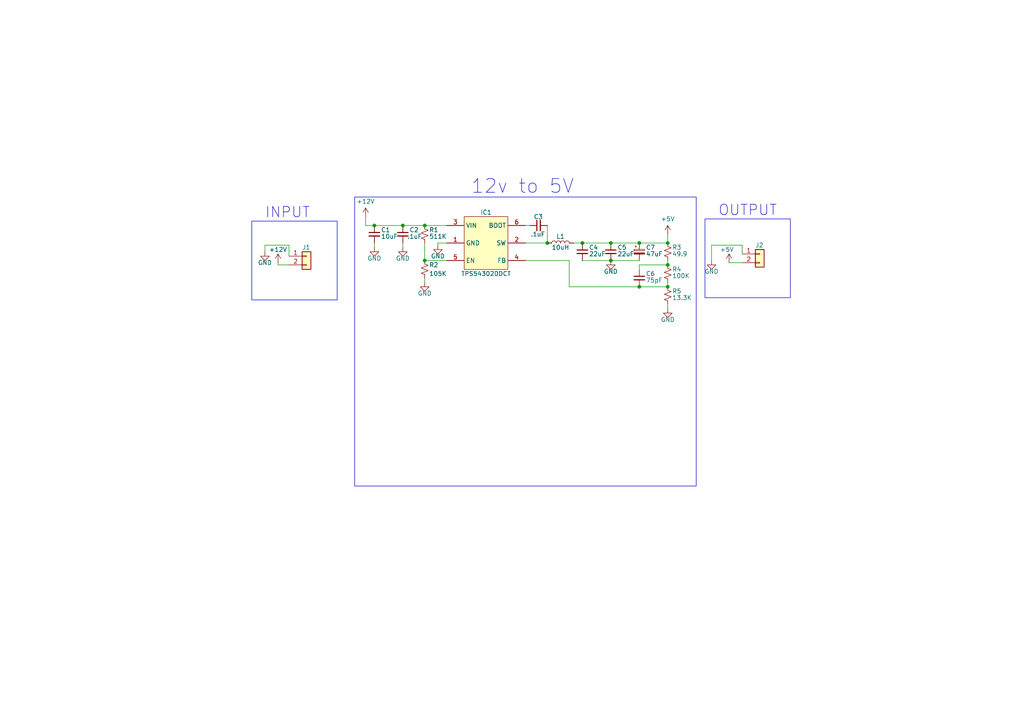
<source format=kicad_sch>
(kicad_sch (version 20230121) (generator eeschema)
  (paper "A4")
  (lib_symbols
    (symbol "Connector_Generic:Conn_01x02" (pin_names (offset 1.016) hide)
      (property "Reference" "J" (at 0 2.54 0))
      (property "Value" "Conn_01x02" (at 0 -5.08 0))
      (symbol "Conn_01x02_1_1"
        (rectangle (start -1.27 -2.413) (end 0 -2.667) (stroke (width 0.1524)))
        (rectangle (start -1.27 0.127) (end 0 -0.127) (stroke (width 0.1524)))
        (rectangle (start -1.27 1.27) (end 1.27 -3.81) (stroke (width 0.254)) (fill (type background)))
        (pin passive line (at -5.08 0 0) (length 3.81) (name "Pin_1") (number "1"))
        (pin passive line (at -5.08 -2.54 0) (length 3.81) (name "Pin_2") (number "2"))
      )
    )
    (symbol "Device:C_Polarized_Small" (pin_numbers hide) (pin_names (offset 0.254) hide)
      (property "Reference" "C" (at 0.254 1.778 0))
      (property "Value" "C_Polarized_Small" (at 0.254 -2.032 0))
      (symbol "C_Polarized_Small_0_1"
        (rectangle (start -1.524 -0.3048) (end 1.524 -0.6858) (fill (type outline)))
        (rectangle (start -1.524 0.6858) (end 1.524 0.3048))
        (polyline (pts (xy -1.27 1.524) (xy -0.762 1.524)))
        (polyline (pts (xy -1.016 1.27) (xy -1.016 1.778)))
      )
      (symbol "C_Polarized_Small_1_1"
        (pin passive line (at 0 2.54 270) (length 1.8542) (name "~") (number "1"))
        (pin passive line (at 0 -2.54 90) (length 1.8542) (name "~") (number "2"))
      )
    )
    (symbol "Device:C_Small" (pin_numbers hide) (pin_names (offset 0.254) hide)
      (property "Reference" "C" (at 0.254 1.778 0))
      (property "Value" "C_Small" (at 0.254 -2.032 0))
      (symbol "C_Small_0_1"
        (polyline (pts (xy -1.524 -0.508) (xy 1.524 -0.508)) (stroke (width 0.3302)))
        (polyline (pts (xy -1.524 0.508) (xy 1.524 0.508)) (stroke (width 0.3048)))
      )
      (symbol "C_Small_1_1"
        (pin passive line (at 0 2.54 270) (length 2.032) (name "~") (number "1"))
        (pin passive line (at 0 -2.54 90) (length 2.032) (name "~") (number "2"))
      )
    )
    (symbol "Device:L" (pin_numbers hide) (pin_names (offset 1.016) hide)
      (property "Reference" "L" (at -1.27 0 90))
      (property "Value" "L" (at 1.905 0 90))
      (symbol "L_0_1"
        (arc (start 0 -2.54) (mid 0.6323 -1.905) (end 0 -1.27))
        (arc (start 0 -1.27) (mid 0.6323 -0.635) (end 0 0))
        (arc (start 0 0) (mid 0.6323 0.635) (end 0 1.27))
        (arc (start 0 1.27) (mid 0.6323 1.905) (end 0 2.54))
      )
      (symbol "L_1_1"
        (pin passive line (at 0 3.81 270) (length 1.27) (name "1") (number "1"))
        (pin passive line (at 0 -3.81 90) (length 1.27) (name "2") (number "2"))
      )
    )
    (symbol "Device:R_Small_US" (pin_numbers hide) (pin_names (offset 0.254) hide)
      (property "Reference" "R" (at 0.762 0.508 0))
      (property "Value" "R_Small_US" (at 0.762 -1.016 0))
      (symbol "R_Small_US_1_1"
        (polyline (pts (xy 0 0) (xy 1.016 -0.381) (xy 0 -0.762) (xy -1.016 -1.143) (xy 0 -1.524)))
        (polyline (pts (xy 0 1.524) (xy 1.016 1.143) (xy 0 0.762) (xy -1.016 0.381) (xy 0 0)))
        (pin passive line (at 0 2.54 270) (length 1.016) (name "~") (number "1"))
        (pin passive line (at 0 -2.54 90) (length 1.016) (name "~") (number "2"))
      )
    )
    (symbol "TPS54302DDCT:TPS54302DDCT"
      (property "Reference" "IC1" (at 11.43 6.985 0))
      (property "Value" "TPS54302DDCT" (at 11.43 4.445 0))
      (symbol "TPS54302DDCT_1_1"
        (rectangle (start 5.08 2.54) (end 17.78 -12.7) (fill (type background)))
        (pin passive line (at 0 -5.08 0) (length 5.08) (name "GND") (number "1"))
        (pin passive line (at 22.86 -5.08 180) (length 5.08) (name "SW") (number "2"))
        (pin passive line (at 0 0 0) (length 5.08) (name "VIN") (number "3"))
        (pin passive line (at 22.86 -10.16 180) (length 5.08) (name "FB") (number "4"))
        (pin passive line (at 0 -10.16 0) (length 5.08) (name "EN") (number "5"))
        (pin passive line (at 22.86 0 180) (length 5.08) (name "BOOT") (number "6"))
      )
    )
    (symbol "power:+12V" (power) (pin_names (offset 0))
      (property "Value" "+12V" (at 0 3.556 0))
      (symbol "+12V_0_1"
        (polyline (pts (xy -0.762 1.27) (xy 0 2.54)))
        (polyline (pts (xy 0 0) (xy 0 2.54)))
        (polyline (pts (xy 0 2.54) (xy 0.762 1.27)))
      )
      (symbol "+12V_1_1"
        (pin power_in line (at 0 0 90) (length 0) hide (name "+12V") (number "1"))
      )
    )
    (symbol "power:+5V" (power) (pin_names (offset 0))
      (property "Value" "+5V" (at 0 3.556 0))
      (symbol "+5V_0_1"
        (polyline (pts (xy -0.762 1.27) (xy 0 2.54)))
        (polyline (pts (xy 0 0) (xy 0 2.54)))
        (polyline (pts (xy 0 2.54) (xy 0.762 1.27)))
      )
      (symbol "+5V_1_1"
        (pin power_in line (at 0 0 90) (length 0) hide (name "+5V") (number "1"))
      )
    )
    (symbol "power:GND" (power) (pin_names (offset 0))
      (property "Value" "GND" (at 0 -3.81 0))
      (symbol "GND_0_1"
        (polyline (pts (xy 0 0) (xy 0 -1.27) (xy 1.27 -1.27) (xy 0 -2.54) (xy -1.27 -1.27) (xy 0 -1.27)))
      )
      (symbol "GND_1_1"
        (pin power_in line (at 0 0 270) (length 0) hide (name "GND") (number "1"))
      )
    )
  )
  (junction (at 177.165 75.565))
  (junction (at 193.675 76.835))
  (junction (at 108.585 65.405))
  (junction (at 185.42 83.185))
  (junction (at 168.91 70.485))
  (junction (at 123.19 65.405))
  (junction (at 193.675 83.185))
  (junction (at 177.165 70.485))
  (junction (at 185.42 70.485))
  (junction (at 193.675 70.485))
  (junction (at 123.19 75.565))
  (junction (at 116.84 65.405))
  (junction (at 158.75 70.485))
  (wire (pts (xy 193.675 88.265) (xy 193.675 89.535)))
  (wire (pts (xy 108.585 65.405) (xy 116.84 65.405)))
  (wire (pts (xy 123.19 75.565) (xy 129.54 75.565)))
  (wire (pts (xy 177.165 75.565) (xy 185.42 75.565)))
  (wire (pts (xy 168.91 70.485) (xy 177.165 70.485)))
  (wire (pts (xy 206.375 71.12) (xy 215.265 71.12)))
  (wire (pts (xy 166.37 70.485) (xy 168.91 70.485)))
  (wire (pts (xy 152.4 70.485) (xy 158.75 70.485)))
  (wire (pts (xy 168.91 75.565) (xy 177.165 75.565)))
  (wire (pts (xy 127 70.485) (xy 129.54 70.485)))
  (wire (pts (xy 116.84 70.485) (xy 116.84 71.755)))
  (wire (pts (xy 158.75 65.405) (xy 158.75 70.485)))
  (wire (pts (xy 215.265 76.2) (xy 211.455 76.2)))
  (wire (pts (xy 83.82 71.12) (xy 83.82 74.295)))
  (wire (pts (xy 123.19 70.485) (xy 123.19 75.565)))
  (wire (pts (xy 193.675 75.565) (xy 193.675 76.835)))
  (wire (pts (xy 123.19 65.405) (xy 129.54 65.405)))
  (wire (pts (xy 206.375 71.12) (xy 206.375 75.565)))
  (wire (pts (xy 193.675 70.485) (xy 193.675 67.945)))
  (wire (pts (xy 116.84 65.405) (xy 123.19 65.405)))
  (wire (pts (xy 123.19 80.645) (xy 123.19 81.915)))
  (wire (pts (xy 185.42 76.835) (xy 185.42 78.105)))
  (wire (pts (xy 76.835 71.12) (xy 83.82 71.12)))
  (wire (pts (xy 152.4 65.405) (xy 153.67 65.405)))
  (wire (pts (xy 106.045 65.405) (xy 106.045 62.865)))
  (wire (pts (xy 177.165 70.485) (xy 185.42 70.485)))
  (wire (pts (xy 127 71.12) (xy 127 70.485)))
  (wire (pts (xy 185.42 70.485) (xy 193.675 70.485)))
  (wire (pts (xy 80.645 76.2) (xy 80.645 76.835)))
  (wire (pts (xy 215.265 71.12) (xy 215.265 73.66)))
  (wire (pts (xy 152.4 75.565) (xy 165.1 75.565)))
  (wire (pts (xy 193.675 76.835) (xy 185.42 76.835)))
  (wire (pts (xy 193.675 81.915) (xy 193.675 83.185)))
  (wire (pts (xy 165.1 83.185) (xy 185.42 83.185)))
  (wire (pts (xy 83.82 76.835) (xy 80.645 76.835)))
  (wire (pts (xy 108.585 70.485) (xy 108.585 71.755)))
  (wire (pts (xy 76.835 71.12) (xy 76.835 73.025)))
  (wire (pts (xy 165.1 75.565) (xy 165.1 83.185)))
  (wire (pts (xy 108.585 65.405) (xy 106.045 65.405)))
  (wire (pts (xy 185.42 83.185) (xy 193.675 83.185)))
  (rectangle (start 73.025 64.135) (end 97.79 86.995))
  (rectangle (start 204.47 63.5) (end 229.235 86.36))
  (rectangle (start 102.87 57.15) (end 201.93 140.97))
  (text "12v to 5V" (at 136.525 56.515 0) (effects (font (size 4 4)) (justify left bottom)))
  (text "INPUT" (at 76.835 63.5 0) (effects (font (size 3 3)) (justify left bottom)))
  (text "OUTPUT" (at 208.28 62.865 0) (effects (font (size 3 3)) (justify left bottom)))
  (symbol (lib_id "power:GND") (at 177.165 75.565 0) (unit 1)
    (property "Reference" "#PWR06" (effects hide))
    (property "Value" "GND" (at 177.165 78.74 0))
  )
  (symbol (lib_id "Device:C_Small") (at 185.42 80.645 0) (unit 1)
    (property "Reference" "C6" (at 187.325 79.3813 0) (effects (justify left)))
    (property "Value" "75pF" (at 187.325 81.2863 0) (effects (justify left)))
    (property "Footprint" "Capacitor_SMD:C_0805_2012Metric" (effects hide))
    (property "Datasheet" "https://www.digikey.com/en/products/detail/yageo/CC0805JRNPO9BN750/5884054" (effects hide))
  )
  (symbol (lib_id "power:GND") (at 108.585 71.755 0) (unit 1)
    (property "Reference" "#PWR04" (effects hide))
    (property "Value" "GND" (at 108.585 74.93 0))
  )
  (symbol (lib_id "Device:C_Small") (at 168.91 73.025 0) (unit 1)
    (property "Reference" "C4" (at 170.815 71.7613 0) (effects (justify left)))
    (property "Value" "22uF" (at 170.815 73.6663 0) (effects (justify left)))
    (property "Footprint" "Capacitor_SMD:C_0805_2012Metric" (effects hide))
    (property "Datasheet" "https://www.digikey.com/en/products/detail/samsung-electro-mechanics/CL21A226KOQNNNE/5961010" (effects hide))
  )
  (symbol (lib_id "Device:R_Small_US") (at 123.19 67.945 0) (unit 1)
    (property "Reference" "R1" (at 124.46 66.675 0) (effects (justify left)))
    (property "Value" "511K " (at 124.46 68.58 0) (effects (justify left)))
    (property "Footprint" "Resistor_SMD:R_0805_2012Metric" (effects hide))
    (property "Datasheet" "https://www.digikey.com/en/products/detail/koa-speer-electronics-inc/RK73H2ARTTD5113F/12548650" (effects hide))
  )
  (symbol (lib_id "Device:R_Small_US") (at 123.19 78.105 0) (unit 1)
    (property "Reference" "R2" (at 124.46 76.835 0) (effects (justify left)))
    (property "Value" "105K" (at 124.46 79.375 0) (effects (justify left)))
    (property "Footprint" "Resistor_SMD:R_0805_2012Metric" (effects hide))
    (property "Datasheet" "105 kOhms ±1% 0.25W, 1/4W Chip Resistor 0805 (2012 Metric) Automotive AEC-Q200, Moisture Resistant Thick Film" (effects hide))
  )
  (symbol (lib_id "power:GND") (at 206.375 75.565 0) (unit 1)
    (property "Reference" "#PWR012" (effects hide))
    (property "Value" "GND" (at 206.375 78.74 0))
  )
  (symbol (lib_id "power:+12V") (at 106.045 62.865 0) (unit 1)
    (property "Reference" "#PWR01" (effects hide))
    (property "Value" "+12V" (at 106.045 58.42 0))
  )
  (symbol (lib_id "power:GND") (at 127 71.12 0) (unit 1)
    (property "Reference" "#PWR05" (effects hide))
    (property "Value" "GND" (at 127 74.295 0))
  )
  (symbol (lib_id "Connector_Generic:Conn_01x02") (at 88.9 74.295 0) (unit 1)
    (property "Reference" "J1" (at 87.63 71.755 0) (effects (justify left)))
    (property "Value" "Conn_01x02" (effects hide))
    (property "Footprint" "footprints:CONN_1984617_PXC" (effects hide))
    (property "Datasheet" "https://www.digikey.com/en/products/detail/phoenix-contact/1984617/950849" (effects hide))
  )
  (symbol (lib_id "Device:C_Small") (at 116.84 67.945 0) (unit 1)
    (property "Reference" "C2" (at 118.745 66.6813 0) (effects (justify left)))
    (property "Value" ".1uF" (at 118.11 68.5863 0) (effects (justify left)))
    (property "Footprint" "Capacitor_SMD:C_0805_2012Metric" (effects hide))
    (property "Datasheet" "https://www.digikey.com/en/products/detail/samsung-electro-mechanics/CL21B104KBCNNNC/3886661" (effects hide))
  )
  (symbol (lib_id "power:+5V") (at 193.675 67.945 0) (unit 1)
    (property "Reference" "#PWR07" (effects hide))
    (property "Value" "+5V" (at 193.675 63.5 0))
  )
  (symbol (lib_id "power:GND") (at 193.675 89.535 0) (unit 1)
    (property "Reference" "#PWR08" (effects hide))
    (property "Value" "GND" (at 193.675 92.71 0))
  )
  (symbol (lib_id "Device:C_Small") (at 177.165 73.025 0) (unit 1)
    (property "Reference" "C5" (at 179.07 71.7613 0) (effects (justify left)))
    (property "Value" "22uF" (at 179.07 73.6663 0) (effects (justify left)))
    (property "Footprint" "Capacitor_SMD:C_0805_2012Metric" (effects hide))
    (property "Datasheet" "https://www.digikey.com/en/products/detail/samsung-electro-mechanics/CL21A226KOQNNNE/5961010" (effects hide))
  )
  (symbol (lib_id "power:GND") (at 76.835 73.025 0) (unit 1)
    (property "Reference" "#PWR010" (effects hide))
    (property "Value" "GND" (at 76.835 76.2 0))
  )
  (symbol (lib_id "power:GND") (at 123.19 81.915 0) (unit 1)
    (property "Reference" "#PWR02" (effects hide))
    (property "Value" "GND" (at 123.19 85.09 0))
  )
  (symbol (lib_id "Device:C_Small") (at 108.585 67.945 0) (unit 1)
    (property "Reference" "C1" (at 110.49 66.6813 0) (effects (justify left)))
    (property "Value" "10uF" (at 110.49 68.5863 0) (effects (justify left)))
    (property "Footprint" "Capacitor_SMD:C_0805_2012Metric" (effects hide))
    (property "Datasheet" "https://www.digikey.com/en/products/detail/samsung-electro-mechanics/CL21A106KOQNNNE/3886754" (effects hide))
  )
  (symbol (lib_id "power:+5V") (at 211.455 76.2 0) (unit 1)
    (property "Reference" "#PWR011" (effects hide))
    (property "Value" "+5V" (at 210.82 72.39 0))
  )
  (symbol (lib_id "power:GND") (at 116.84 71.755 0) (unit 1)
    (property "Reference" "#PWR03" (effects hide))
    (property "Value" "GND" (at 116.84 74.93 0))
  )
  (symbol (lib_id "power:+12V") (at 80.645 76.2 0) (unit 1)
    (property "Reference" "#PWR09" (effects hide))
    (property "Value" "+12V" (at 80.645 72.39 0))
  )
  (symbol (lib_id "Device:R_Small_US") (at 193.675 73.025 0) (unit 1)
    (property "Reference" "R3" (at 194.945 71.755 0) (effects (justify left)))
    (property "Value" "49.9" (at 194.945 73.66 0) (effects (justify left)))
    (property "Footprint" "Resistor_SMD:R_0805_2012Metric" (effects hide))
    (property "Datasheet" "https://www.digikey.com/en/products/detail/vishay-dale/CRCW080549R9FKEAHP/2222324" (effects hide))
  )
  (symbol (lib_id "Device:R_Small_US") (at 193.675 79.375 0) (unit 1)
    (property "Reference" "R4" (at 194.945 78.105 0) (effects (justify left)))
    (property "Value" "100K" (at 194.945 80.01 0) (effects (justify left)))
    (property "Footprint" "Resistor_SMD:R_0805_2012Metric" (effects hide))
    (property "Datasheet" "https://www.digikey.com/en/products/detail/koa-speer-electronics-inc/SG73P2ATTD1003F/10188411" (effects hide))
  )
  (symbol (lib_id "TPS54302DDCT:TPS54302DDCT") (at 129.54 65.405 0) (unit 1)
    (property "Reference" "IC1" (at 140.97 61.595 0))
    (property "Value" "TPS54302DDCT" (at 140.97 79.375 0))
    (property "Footprint" "SOT95P280X110-6N" (effects hide))
    (property "Datasheet" "https://componentsearchengine.com/Datasheets/2/TPS54302DDCT.pdf" (effects hide))
    (property "Height" "1.1" (effects hide))
    (property "Manufacturer_Name" "Texas Instruments" (effects hide))
    (property "Manufacturer_Part_Number" "TPS54302DDCT" (effects hide))
    (property "Mouser Part Number" "595-TPS54302DDCT" (effects hide))
    (property "Mouser Price/Stock" "https://www.mouser.co.uk/ProductDetail/Texas-Instruments/TPS54302DDCT?qs=zEmsApcVOkXGTx6CMk2KtQ%3D%3D" (effects hide))
    (property "Arrow Part Number" "TPS54302DDCT" (effects hide))
    (property "Arrow Price/Stock" "https://www.arrow.com/en/products/tps54302ddct/texas-instruments?region=nac" (effects hide))
  )
  (symbol (lib_id "Device:R_Small_US") (at 193.675 85.725 0) (unit 1)
    (property "Reference" "R5" (at 194.945 84.455 0) (effects (justify left)))
    (property "Value" "13.3K" (at 194.945 86.36 0) (effects (justify left)))
    (property "Footprint" "Resistor_SMD:R_0805_2012Metric" (effects hide))
    (property "Datasheet" "https://www.digikey.com/en/products/detail/vishay-dale/CRCW080513K3FKEAHP/2227086" (effects hide))
  )
  (symbol (lib_id "Device:L") (at 162.56 70.485 90) (unit 1)
    (property "Reference" "L1" (at 162.56 68.58 90))
    (property "Value" "10uH" (at 162.56 71.755 90))
    (property "Footprint" "Inductor_SMD:L_Abracon_ASPI-0630LR" (effects hide))
    (property "Datasheet" "https://www.digikey.com/en/products/detail/abracon-llc/ASPI-0630LR-100M-T15/3059602" (effects hide))
  )
  (symbol (lib_id "Connector_Generic:Conn_01x02") (at 220.345 73.66 0) (unit 1)
    (property "Reference" "J2" (at 219.075 71.12 0) (effects (justify left)))
    (property "Value" "Conn_01x02" (effects hide))
    (property "Footprint" "footprints:CONN_1984617_PXC" (effects hide))
    (property "Datasheet" "https://www.digikey.com/en/products/detail/phoenix-contact/1984617/950849" (effects hide))
  )
  (symbol (lib_id "Device:C_Small") (at 156.21 65.405 90) (unit 1)
    (property "Reference" "C3" (at 157.4863 62.865 90) (effects (justify left)))
    (property "Value" ".1uF" (at 158.1213 67.945 90) (effects (justify left)))
    (property "Footprint" "Capacitor_SMD:C_0805_2012Metric" (effects hide))
    (property "Datasheet" "https://www.digikey.com/en/products/detail/samsung-electro-mechanics/CL21B104KBCNNNC/3886661" (effects hide))
  )
  (symbol (lib_id "Device:C_Polarized_Small") (at 185.42 73.025 0) (unit 1)
    (property "Reference" "C7" (at 187.325 71.7613 0) (effects (justify left)))
    (property "Value" "47uF" (at 187.325 73.6663 0) (effects (justify left)))
    (property "Footprint" "footprints:CAPPM3216X180N" (effects hide))
    (property "Datasheet" "https://www.digikey.com/en/products/detail/kyocera-avx/F931A476KAA/4005057" (effects hide))
  )
)
</source>
